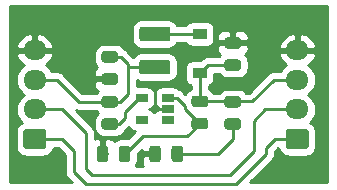
<source format=gbr>
%TF.GenerationSoftware,KiCad,Pcbnew,(5.1.6)-1*%
%TF.CreationDate,2020-07-04T13:17:01+02:00*%
%TF.ProjectId,Grove_step_up,47726f76-655f-4737-9465-705f75702e6b,rev?*%
%TF.SameCoordinates,Original*%
%TF.FileFunction,Copper,L1,Top*%
%TF.FilePolarity,Positive*%
%FSLAX46Y46*%
G04 Gerber Fmt 4.6, Leading zero omitted, Abs format (unit mm)*
G04 Created by KiCad (PCBNEW (5.1.6)-1) date 2020-07-04 13:17:01*
%MOMM*%
%LPD*%
G01*
G04 APERTURE LIST*
%TA.AperFunction,SMDPad,CuDef*%
%ADD10R,1.060000X0.650000*%
%TD*%
%TA.AperFunction,ComponentPad*%
%ADD11O,1.950000X1.700000*%
%TD*%
%TA.AperFunction,SMDPad,CuDef*%
%ADD12R,1.200000X0.900000*%
%TD*%
%TA.AperFunction,ViaPad*%
%ADD13C,0.800000*%
%TD*%
%TA.AperFunction,Conductor*%
%ADD14C,0.250000*%
%TD*%
%TA.AperFunction,Conductor*%
%ADD15C,0.254000*%
%TD*%
G04 APERTURE END LIST*
D10*
%TO.P,U1,5*%
%TO.N,N/C*%
X118280000Y-79690000D03*
%TO.P,U1,4*%
%TO.N,Net-(R1-Pad1)*%
X118280000Y-77790000D03*
%TO.P,U1,3*%
%TO.N,Net-(R2-Pad1)*%
X120480000Y-77790000D03*
%TO.P,U1,2*%
%TO.N,GND*%
X120480000Y-78740000D03*
%TO.P,U1,1*%
%TO.N,N/C*%
X120480000Y-79690000D03*
%TD*%
%TO.P,R4,2*%
%TO.N,Net-(D2-Pad2)*%
%TA.AperFunction,SMDPad,CuDef*%
G36*
G01*
X125527750Y-79522500D02*
X126440250Y-79522500D01*
G75*
G02*
X126684000Y-79766250I0J-243750D01*
G01*
X126684000Y-80253750D01*
G75*
G02*
X126440250Y-80497500I-243750J0D01*
G01*
X125527750Y-80497500D01*
G75*
G02*
X125284000Y-80253750I0J243750D01*
G01*
X125284000Y-79766250D01*
G75*
G02*
X125527750Y-79522500I243750J0D01*
G01*
G37*
%TD.AperFunction*%
%TO.P,R4,1*%
%TO.N,+5V*%
%TA.AperFunction,SMDPad,CuDef*%
G36*
G01*
X125527750Y-77647500D02*
X126440250Y-77647500D01*
G75*
G02*
X126684000Y-77891250I0J-243750D01*
G01*
X126684000Y-78378750D01*
G75*
G02*
X126440250Y-78622500I-243750J0D01*
G01*
X125527750Y-78622500D01*
G75*
G02*
X125284000Y-78378750I0J243750D01*
G01*
X125284000Y-77891250D01*
G75*
G02*
X125527750Y-77647500I243750J0D01*
G01*
G37*
%TD.AperFunction*%
%TD*%
%TO.P,R3,2*%
%TO.N,GND*%
%TA.AperFunction,SMDPad,CuDef*%
G36*
G01*
X115452500Y-82093750D02*
X115452500Y-83006250D01*
G75*
G02*
X115208750Y-83250000I-243750J0D01*
G01*
X114721250Y-83250000D01*
G75*
G02*
X114477500Y-83006250I0J243750D01*
G01*
X114477500Y-82093750D01*
G75*
G02*
X114721250Y-81850000I243750J0D01*
G01*
X115208750Y-81850000D01*
G75*
G02*
X115452500Y-82093750I0J-243750D01*
G01*
G37*
%TD.AperFunction*%
%TO.P,R3,1*%
%TO.N,Net-(R2-Pad1)*%
%TA.AperFunction,SMDPad,CuDef*%
G36*
G01*
X117327500Y-82093750D02*
X117327500Y-83006250D01*
G75*
G02*
X117083750Y-83250000I-243750J0D01*
G01*
X116596250Y-83250000D01*
G75*
G02*
X116352500Y-83006250I0J243750D01*
G01*
X116352500Y-82093750D01*
G75*
G02*
X116596250Y-81850000I243750J0D01*
G01*
X117083750Y-81850000D01*
G75*
G02*
X117327500Y-82093750I0J-243750D01*
G01*
G37*
%TD.AperFunction*%
%TD*%
%TO.P,R2,2*%
%TO.N,+5V*%
%TA.AperFunction,SMDPad,CuDef*%
G36*
G01*
X123646250Y-78592500D02*
X122733750Y-78592500D01*
G75*
G02*
X122490000Y-78348750I0J243750D01*
G01*
X122490000Y-77861250D01*
G75*
G02*
X122733750Y-77617500I243750J0D01*
G01*
X123646250Y-77617500D01*
G75*
G02*
X123890000Y-77861250I0J-243750D01*
G01*
X123890000Y-78348750D01*
G75*
G02*
X123646250Y-78592500I-243750J0D01*
G01*
G37*
%TD.AperFunction*%
%TO.P,R2,1*%
%TO.N,Net-(R2-Pad1)*%
%TA.AperFunction,SMDPad,CuDef*%
G36*
G01*
X123646250Y-80467500D02*
X122733750Y-80467500D01*
G75*
G02*
X122490000Y-80223750I0J243750D01*
G01*
X122490000Y-79736250D01*
G75*
G02*
X122733750Y-79492500I243750J0D01*
G01*
X123646250Y-79492500D01*
G75*
G02*
X123890000Y-79736250I0J-243750D01*
G01*
X123890000Y-80223750D01*
G75*
G02*
X123646250Y-80467500I-243750J0D01*
G01*
G37*
%TD.AperFunction*%
%TD*%
%TO.P,R1,2*%
%TO.N,+3V3*%
%TA.AperFunction,SMDPad,CuDef*%
G36*
G01*
X116026250Y-78622500D02*
X115113750Y-78622500D01*
G75*
G02*
X114870000Y-78378750I0J243750D01*
G01*
X114870000Y-77891250D01*
G75*
G02*
X115113750Y-77647500I243750J0D01*
G01*
X116026250Y-77647500D01*
G75*
G02*
X116270000Y-77891250I0J-243750D01*
G01*
X116270000Y-78378750D01*
G75*
G02*
X116026250Y-78622500I-243750J0D01*
G01*
G37*
%TD.AperFunction*%
%TO.P,R1,1*%
%TO.N,Net-(R1-Pad1)*%
%TA.AperFunction,SMDPad,CuDef*%
G36*
G01*
X116026250Y-80497500D02*
X115113750Y-80497500D01*
G75*
G02*
X114870000Y-80253750I0J243750D01*
G01*
X114870000Y-79766250D01*
G75*
G02*
X115113750Y-79522500I243750J0D01*
G01*
X116026250Y-79522500D01*
G75*
G02*
X116270000Y-79766250I0J-243750D01*
G01*
X116270000Y-80253750D01*
G75*
G02*
X116026250Y-80497500I-243750J0D01*
G01*
G37*
%TD.AperFunction*%
%TD*%
%TO.P,L1,2*%
%TO.N,Net-(D1-Pad2)*%
%TA.AperFunction,SMDPad,CuDef*%
G36*
G01*
X120455000Y-73015000D02*
X118305000Y-73015000D01*
G75*
G02*
X118055000Y-72765000I0J250000D01*
G01*
X118055000Y-72015000D01*
G75*
G02*
X118305000Y-71765000I250000J0D01*
G01*
X120455000Y-71765000D01*
G75*
G02*
X120705000Y-72015000I0J-250000D01*
G01*
X120705000Y-72765000D01*
G75*
G02*
X120455000Y-73015000I-250000J0D01*
G01*
G37*
%TD.AperFunction*%
%TO.P,L1,1*%
%TO.N,+3V3*%
%TA.AperFunction,SMDPad,CuDef*%
G36*
G01*
X120455000Y-75815000D02*
X118305000Y-75815000D01*
G75*
G02*
X118055000Y-75565000I0J250000D01*
G01*
X118055000Y-74815000D01*
G75*
G02*
X118305000Y-74565000I250000J0D01*
G01*
X120455000Y-74565000D01*
G75*
G02*
X120705000Y-74815000I0J-250000D01*
G01*
X120705000Y-75565000D01*
G75*
G02*
X120455000Y-75815000I-250000J0D01*
G01*
G37*
%TD.AperFunction*%
%TD*%
D11*
%TO.P,J2,4*%
%TO.N,GND*%
X131445000Y-73780000D03*
%TO.P,J2,3*%
%TO.N,+5V*%
X131445000Y-76280000D03*
%TO.P,J2,2*%
%TO.N,Net-(J1-Pad2)*%
X131445000Y-78780000D03*
%TO.P,J2,1*%
%TO.N,Net-(J1-Pad1)*%
%TA.AperFunction,ComponentPad*%
G36*
G01*
X132170000Y-82130000D02*
X130720000Y-82130000D01*
G75*
G02*
X130470000Y-81880000I0J250000D01*
G01*
X130470000Y-80680000D01*
G75*
G02*
X130720000Y-80430000I250000J0D01*
G01*
X132170000Y-80430000D01*
G75*
G02*
X132420000Y-80680000I0J-250000D01*
G01*
X132420000Y-81880000D01*
G75*
G02*
X132170000Y-82130000I-250000J0D01*
G01*
G37*
%TD.AperFunction*%
%TD*%
%TO.P,J1,4*%
%TO.N,GND*%
X109220000Y-73780000D03*
%TO.P,J1,3*%
%TO.N,+3V3*%
X109220000Y-76280000D03*
%TO.P,J1,2*%
%TO.N,Net-(J1-Pad2)*%
X109220000Y-78780000D03*
%TO.P,J1,1*%
%TO.N,Net-(J1-Pad1)*%
%TA.AperFunction,ComponentPad*%
G36*
G01*
X109945000Y-82130000D02*
X108495000Y-82130000D01*
G75*
G02*
X108245000Y-81880000I0J250000D01*
G01*
X108245000Y-80680000D01*
G75*
G02*
X108495000Y-80430000I250000J0D01*
G01*
X109945000Y-80430000D01*
G75*
G02*
X110195000Y-80680000I0J-250000D01*
G01*
X110195000Y-81880000D01*
G75*
G02*
X109945000Y-82130000I-250000J0D01*
G01*
G37*
%TD.AperFunction*%
%TD*%
%TO.P,D2,2*%
%TO.N,Net-(D2-Pad2)*%
%TA.AperFunction,SMDPad,CuDef*%
G36*
G01*
X120797500Y-83006250D02*
X120797500Y-82093750D01*
G75*
G02*
X121041250Y-81850000I243750J0D01*
G01*
X121528750Y-81850000D01*
G75*
G02*
X121772500Y-82093750I0J-243750D01*
G01*
X121772500Y-83006250D01*
G75*
G02*
X121528750Y-83250000I-243750J0D01*
G01*
X121041250Y-83250000D01*
G75*
G02*
X120797500Y-83006250I0J243750D01*
G01*
G37*
%TD.AperFunction*%
%TO.P,D2,1*%
%TO.N,GND*%
%TA.AperFunction,SMDPad,CuDef*%
G36*
G01*
X118922500Y-83006250D02*
X118922500Y-82093750D01*
G75*
G02*
X119166250Y-81850000I243750J0D01*
G01*
X119653750Y-81850000D01*
G75*
G02*
X119897500Y-82093750I0J-243750D01*
G01*
X119897500Y-83006250D01*
G75*
G02*
X119653750Y-83250000I-243750J0D01*
G01*
X119166250Y-83250000D01*
G75*
G02*
X118922500Y-83006250I0J243750D01*
G01*
G37*
%TD.AperFunction*%
%TD*%
D12*
%TO.P,D1,2*%
%TO.N,Net-(D1-Pad2)*%
X123190000Y-72390000D03*
%TO.P,D1,1*%
%TO.N,+5V*%
X123190000Y-75690000D03*
%TD*%
%TO.P,C2,2*%
%TO.N,GND*%
%TA.AperFunction,SMDPad,CuDef*%
G36*
G01*
X126440250Y-73639500D02*
X125527750Y-73639500D01*
G75*
G02*
X125284000Y-73395750I0J243750D01*
G01*
X125284000Y-72908250D01*
G75*
G02*
X125527750Y-72664500I243750J0D01*
G01*
X126440250Y-72664500D01*
G75*
G02*
X126684000Y-72908250I0J-243750D01*
G01*
X126684000Y-73395750D01*
G75*
G02*
X126440250Y-73639500I-243750J0D01*
G01*
G37*
%TD.AperFunction*%
%TO.P,C2,1*%
%TO.N,+5V*%
%TA.AperFunction,SMDPad,CuDef*%
G36*
G01*
X126440250Y-75514500D02*
X125527750Y-75514500D01*
G75*
G02*
X125284000Y-75270750I0J243750D01*
G01*
X125284000Y-74783250D01*
G75*
G02*
X125527750Y-74539500I243750J0D01*
G01*
X126440250Y-74539500D01*
G75*
G02*
X126684000Y-74783250I0J-243750D01*
G01*
X126684000Y-75270750D01*
G75*
G02*
X126440250Y-75514500I-243750J0D01*
G01*
G37*
%TD.AperFunction*%
%TD*%
%TO.P,C1,2*%
%TO.N,GND*%
%TA.AperFunction,SMDPad,CuDef*%
G36*
G01*
X115113750Y-75712500D02*
X116026250Y-75712500D01*
G75*
G02*
X116270000Y-75956250I0J-243750D01*
G01*
X116270000Y-76443750D01*
G75*
G02*
X116026250Y-76687500I-243750J0D01*
G01*
X115113750Y-76687500D01*
G75*
G02*
X114870000Y-76443750I0J243750D01*
G01*
X114870000Y-75956250D01*
G75*
G02*
X115113750Y-75712500I243750J0D01*
G01*
G37*
%TD.AperFunction*%
%TO.P,C1,1*%
%TO.N,+3V3*%
%TA.AperFunction,SMDPad,CuDef*%
G36*
G01*
X115113750Y-73837500D02*
X116026250Y-73837500D01*
G75*
G02*
X116270000Y-74081250I0J-243750D01*
G01*
X116270000Y-74568750D01*
G75*
G02*
X116026250Y-74812500I-243750J0D01*
G01*
X115113750Y-74812500D01*
G75*
G02*
X114870000Y-74568750I0J243750D01*
G01*
X114870000Y-74081250D01*
G75*
G02*
X115113750Y-73837500I243750J0D01*
G01*
G37*
%TD.AperFunction*%
%TD*%
D13*
%TO.N,GND*%
X119380000Y-82550000D03*
X115062000Y-82550000D03*
X115570000Y-76200000D03*
%TD*%
D14*
%TO.N,GND*%
X119700000Y-78740000D02*
X119380000Y-78420000D01*
X120480000Y-78740000D02*
X119700000Y-78740000D01*
X119380000Y-78420000D02*
X119380000Y-76962000D01*
%TO.N,+3V3*%
X115570000Y-78135000D02*
X116429000Y-78135000D01*
X116429000Y-78135000D02*
X117094000Y-77470000D01*
X116489000Y-74325000D02*
X115570000Y-74325000D01*
X117094000Y-74930000D02*
X116489000Y-74325000D01*
X119374000Y-75184000D02*
X119380000Y-75190000D01*
X117094000Y-75184000D02*
X117094000Y-74930000D01*
X117094000Y-75184000D02*
X119374000Y-75184000D01*
X117094000Y-77470000D02*
X117094000Y-75184000D01*
X109220000Y-76280000D02*
X111078000Y-76280000D01*
X112933000Y-78135000D02*
X115570000Y-78135000D01*
X111078000Y-76280000D02*
X112933000Y-78135000D01*
%TO.N,+5V*%
X123190000Y-75690000D02*
X123190000Y-78105000D01*
X123190000Y-78105000D02*
X126365000Y-78105000D01*
X126365000Y-78105000D02*
X127635000Y-78105000D01*
X129460000Y-76280000D02*
X131445000Y-76280000D01*
X127635000Y-78105000D02*
X129460000Y-76280000D01*
X123853000Y-75027000D02*
X123190000Y-75690000D01*
X125984000Y-75027000D02*
X123853000Y-75027000D01*
%TO.N,Net-(D1-Pad2)*%
X119380000Y-72390000D02*
X123190000Y-72390000D01*
%TO.N,Net-(D2-Pad2)*%
X121285000Y-82550000D02*
X124714000Y-82550000D01*
X125984000Y-81280000D02*
X125984000Y-80010000D01*
X124714000Y-82550000D02*
X125984000Y-81280000D01*
%TO.N,Net-(J1-Pad2)*%
X109220000Y-78780000D02*
X111546000Y-78780000D01*
X111546000Y-78780000D02*
X113538000Y-80772000D01*
X113538000Y-80772000D02*
X113538000Y-83820000D01*
X113538000Y-83820000D02*
X114046000Y-84328000D01*
X114046000Y-84328000D02*
X125730000Y-84328000D01*
X125730000Y-84328000D02*
X127762000Y-82296000D01*
X127762000Y-82296000D02*
X127762000Y-79756000D01*
X128738000Y-78780000D02*
X131445000Y-78780000D01*
X127762000Y-79756000D02*
X128738000Y-78780000D01*
%TO.N,Net-(J1-Pad1)*%
X109220000Y-81280000D02*
X111506000Y-81280000D01*
X111506000Y-81280000D02*
X112522000Y-82296000D01*
X112522000Y-82296000D02*
X112522000Y-84074000D01*
X112522000Y-84074000D02*
X113538000Y-85090000D01*
X113538000Y-85090000D02*
X126238000Y-85090000D01*
X126238000Y-85090000D02*
X128778000Y-82550000D01*
X128778000Y-82550000D02*
X128778000Y-82042000D01*
X129540000Y-81280000D02*
X131445000Y-81280000D01*
X128778000Y-82042000D02*
X129540000Y-81280000D01*
%TO.N,Net-(R1-Pad1)*%
X118280000Y-77790000D02*
X118044000Y-77790000D01*
X118044000Y-77790000D02*
X116840000Y-78994000D01*
X116840000Y-78994000D02*
X116840000Y-79502000D01*
X116332000Y-80010000D02*
X115570000Y-80010000D01*
X116840000Y-79502000D02*
X116332000Y-80010000D01*
%TO.N,Net-(R2-Pad1)*%
X120480000Y-77790000D02*
X121224000Y-77790000D01*
X121224000Y-77790000D02*
X121920000Y-78486000D01*
X121920000Y-78710000D02*
X123190000Y-79980000D01*
X121920000Y-78486000D02*
X121920000Y-78710000D01*
X116840000Y-82550000D02*
X118364000Y-81026000D01*
X122144000Y-81026000D02*
X123190000Y-79980000D01*
X118364000Y-81026000D02*
X122144000Y-81026000D01*
%TD*%
D15*
%TO.N,GND*%
G36*
X133985000Y-84963000D02*
G01*
X127439802Y-84963000D01*
X129289009Y-83113794D01*
X129318001Y-83090001D01*
X129341795Y-83061008D01*
X129341799Y-83061004D01*
X129412973Y-82974277D01*
X129412974Y-82974276D01*
X129483546Y-82842247D01*
X129527003Y-82698986D01*
X129538000Y-82587333D01*
X129538000Y-82587324D01*
X129541676Y-82550001D01*
X129538000Y-82512678D01*
X129538000Y-82356801D01*
X129848325Y-82046477D01*
X129848992Y-82053254D01*
X129899528Y-82219850D01*
X129981595Y-82373386D01*
X130092038Y-82507962D01*
X130226614Y-82618405D01*
X130380150Y-82700472D01*
X130546746Y-82751008D01*
X130720000Y-82768072D01*
X132170000Y-82768072D01*
X132343254Y-82751008D01*
X132509850Y-82700472D01*
X132663386Y-82618405D01*
X132797962Y-82507962D01*
X132908405Y-82373386D01*
X132990472Y-82219850D01*
X133041008Y-82053254D01*
X133058072Y-81880000D01*
X133058072Y-80680000D01*
X133041008Y-80506746D01*
X132990472Y-80340150D01*
X132908405Y-80186614D01*
X132797962Y-80052038D01*
X132663386Y-79941595D01*
X132561663Y-79887223D01*
X132625134Y-79835134D01*
X132810706Y-79609014D01*
X132948599Y-79351034D01*
X133033513Y-79071111D01*
X133062185Y-78780000D01*
X133033513Y-78488889D01*
X132948599Y-78208966D01*
X132810706Y-77950986D01*
X132625134Y-77724866D01*
X132399014Y-77539294D01*
X132381626Y-77530000D01*
X132399014Y-77520706D01*
X132625134Y-77335134D01*
X132810706Y-77109014D01*
X132948599Y-76851034D01*
X133033513Y-76571111D01*
X133062185Y-76280000D01*
X133033513Y-75988889D01*
X132948599Y-75708966D01*
X132810706Y-75450986D01*
X132625134Y-75224866D01*
X132399014Y-75039294D01*
X132373278Y-75025538D01*
X132579429Y-74869049D01*
X132772496Y-74651193D01*
X132919352Y-74399858D01*
X133011476Y-74136890D01*
X132890155Y-73907000D01*
X131572000Y-73907000D01*
X131572000Y-73927000D01*
X131318000Y-73927000D01*
X131318000Y-73907000D01*
X129999845Y-73907000D01*
X129878524Y-74136890D01*
X129970648Y-74399858D01*
X130117504Y-74651193D01*
X130310571Y-74869049D01*
X130516722Y-75025538D01*
X130490986Y-75039294D01*
X130264866Y-75224866D01*
X130079294Y-75450986D01*
X130042405Y-75520000D01*
X129497325Y-75520000D01*
X129460000Y-75516324D01*
X129422675Y-75520000D01*
X129422667Y-75520000D01*
X129311014Y-75530997D01*
X129167753Y-75574454D01*
X129035724Y-75645026D01*
X128919999Y-75739999D01*
X128896201Y-75768997D01*
X127320199Y-77345000D01*
X127127224Y-77345000D01*
X127063792Y-77267708D01*
X126930164Y-77158042D01*
X126777709Y-77076553D01*
X126612285Y-77026372D01*
X126440250Y-77009428D01*
X125527750Y-77009428D01*
X125355715Y-77026372D01*
X125190291Y-77076553D01*
X125037836Y-77158042D01*
X124904208Y-77267708D01*
X124840776Y-77345000D01*
X124357845Y-77345000D01*
X124269792Y-77237708D01*
X124136164Y-77128042D01*
X123983709Y-77046553D01*
X123950000Y-77036327D01*
X123950000Y-76755038D01*
X124034180Y-76729502D01*
X124144494Y-76670537D01*
X124241185Y-76591185D01*
X124320537Y-76494494D01*
X124379502Y-76384180D01*
X124415812Y-76264482D01*
X124428072Y-76140000D01*
X124428072Y-75787000D01*
X124816155Y-75787000D01*
X124904208Y-75894292D01*
X125037836Y-76003958D01*
X125190291Y-76085447D01*
X125355715Y-76135628D01*
X125527750Y-76152572D01*
X126440250Y-76152572D01*
X126612285Y-76135628D01*
X126777709Y-76085447D01*
X126930164Y-76003958D01*
X127063792Y-75894292D01*
X127173458Y-75760664D01*
X127254947Y-75608209D01*
X127305128Y-75442785D01*
X127322072Y-75270750D01*
X127322072Y-74783250D01*
X127305128Y-74611215D01*
X127254947Y-74445791D01*
X127173458Y-74293336D01*
X127063792Y-74159708D01*
X127057436Y-74154492D01*
X127135185Y-74090685D01*
X127214537Y-73993994D01*
X127273502Y-73883680D01*
X127309812Y-73763982D01*
X127322072Y-73639500D01*
X127319000Y-73437750D01*
X127304360Y-73423110D01*
X129878524Y-73423110D01*
X129999845Y-73653000D01*
X131318000Y-73653000D01*
X131318000Y-72453835D01*
X131572000Y-72453835D01*
X131572000Y-73653000D01*
X132890155Y-73653000D01*
X133011476Y-73423110D01*
X132919352Y-73160142D01*
X132772496Y-72908807D01*
X132579429Y-72690951D01*
X132347570Y-72514947D01*
X132085830Y-72387558D01*
X131804267Y-72313680D01*
X131572000Y-72453835D01*
X131318000Y-72453835D01*
X131085733Y-72313680D01*
X130804170Y-72387558D01*
X130542430Y-72514947D01*
X130310571Y-72690951D01*
X130117504Y-72908807D01*
X129970648Y-73160142D01*
X129878524Y-73423110D01*
X127304360Y-73423110D01*
X127160250Y-73279000D01*
X126111000Y-73279000D01*
X126111000Y-73299000D01*
X125857000Y-73299000D01*
X125857000Y-73279000D01*
X124807750Y-73279000D01*
X124649000Y-73437750D01*
X124645928Y-73639500D01*
X124658188Y-73763982D01*
X124694498Y-73883680D01*
X124753463Y-73993994D01*
X124832815Y-74090685D01*
X124910564Y-74154492D01*
X124904208Y-74159708D01*
X124816155Y-74267000D01*
X123890333Y-74267000D01*
X123853000Y-74263323D01*
X123815667Y-74267000D01*
X123704014Y-74277997D01*
X123560753Y-74321454D01*
X123428724Y-74392026D01*
X123312999Y-74486999D01*
X123289200Y-74515998D01*
X123203270Y-74601928D01*
X122590000Y-74601928D01*
X122465518Y-74614188D01*
X122345820Y-74650498D01*
X122235506Y-74709463D01*
X122138815Y-74788815D01*
X122059463Y-74885506D01*
X122000498Y-74995820D01*
X121964188Y-75115518D01*
X121951928Y-75240000D01*
X121951928Y-76140000D01*
X121964188Y-76264482D01*
X122000498Y-76384180D01*
X122059463Y-76494494D01*
X122138815Y-76591185D01*
X122235506Y-76670537D01*
X122345820Y-76729502D01*
X122430000Y-76755038D01*
X122430001Y-77036327D01*
X122396291Y-77046553D01*
X122243836Y-77128042D01*
X122110208Y-77237708D01*
X122000542Y-77371336D01*
X121958602Y-77449800D01*
X121787803Y-77279002D01*
X121764001Y-77249999D01*
X121648276Y-77155026D01*
X121521431Y-77087225D01*
X121461185Y-77013815D01*
X121364494Y-76934463D01*
X121254180Y-76875498D01*
X121134482Y-76839188D01*
X121010000Y-76826928D01*
X119950000Y-76826928D01*
X119825518Y-76839188D01*
X119705820Y-76875498D01*
X119595506Y-76934463D01*
X119498815Y-77013815D01*
X119419463Y-77110506D01*
X119380000Y-77184335D01*
X119340537Y-77110506D01*
X119261185Y-77013815D01*
X119164494Y-76934463D01*
X119054180Y-76875498D01*
X118934482Y-76839188D01*
X118810000Y-76826928D01*
X117854000Y-76826928D01*
X117854000Y-76326061D01*
X117965150Y-76385472D01*
X118131746Y-76436008D01*
X118305000Y-76453072D01*
X120455000Y-76453072D01*
X120628254Y-76436008D01*
X120794850Y-76385472D01*
X120948386Y-76303405D01*
X121082962Y-76192962D01*
X121193405Y-76058386D01*
X121275472Y-75904850D01*
X121326008Y-75738254D01*
X121343072Y-75565000D01*
X121343072Y-74815000D01*
X121326008Y-74641746D01*
X121275472Y-74475150D01*
X121193405Y-74321614D01*
X121082962Y-74187038D01*
X120948386Y-74076595D01*
X120794850Y-73994528D01*
X120628254Y-73943992D01*
X120455000Y-73926928D01*
X118305000Y-73926928D01*
X118131746Y-73943992D01*
X117965150Y-73994528D01*
X117811614Y-74076595D01*
X117677038Y-74187038D01*
X117566595Y-74321614D01*
X117564443Y-74325641D01*
X117052803Y-73814002D01*
X117029001Y-73784999D01*
X116913276Y-73690026D01*
X116781247Y-73619454D01*
X116773179Y-73617007D01*
X116759458Y-73591336D01*
X116649792Y-73457708D01*
X116516164Y-73348042D01*
X116363709Y-73266553D01*
X116198285Y-73216372D01*
X116026250Y-73199428D01*
X115113750Y-73199428D01*
X114941715Y-73216372D01*
X114776291Y-73266553D01*
X114623836Y-73348042D01*
X114490208Y-73457708D01*
X114380542Y-73591336D01*
X114299053Y-73743791D01*
X114248872Y-73909215D01*
X114231928Y-74081250D01*
X114231928Y-74568750D01*
X114248872Y-74740785D01*
X114299053Y-74906209D01*
X114380542Y-75058664D01*
X114490208Y-75192292D01*
X114496564Y-75197508D01*
X114418815Y-75261315D01*
X114339463Y-75358006D01*
X114280498Y-75468320D01*
X114244188Y-75588018D01*
X114231928Y-75712500D01*
X114235000Y-75914250D01*
X114393750Y-76073000D01*
X115443000Y-76073000D01*
X115443000Y-76053000D01*
X115697000Y-76053000D01*
X115697000Y-76073000D01*
X115717000Y-76073000D01*
X115717000Y-76327000D01*
X115697000Y-76327000D01*
X115697000Y-76347000D01*
X115443000Y-76347000D01*
X115443000Y-76327000D01*
X114393750Y-76327000D01*
X114235000Y-76485750D01*
X114231928Y-76687500D01*
X114244188Y-76811982D01*
X114280498Y-76931680D01*
X114339463Y-77041994D01*
X114418815Y-77138685D01*
X114515506Y-77218037D01*
X114536838Y-77229439D01*
X114490208Y-77267708D01*
X114402155Y-77375000D01*
X113247802Y-77375000D01*
X111641804Y-75769003D01*
X111618001Y-75739999D01*
X111502276Y-75645026D01*
X111370247Y-75574454D01*
X111226986Y-75530997D01*
X111115333Y-75520000D01*
X111115322Y-75520000D01*
X111078000Y-75516324D01*
X111040678Y-75520000D01*
X110622595Y-75520000D01*
X110585706Y-75450986D01*
X110400134Y-75224866D01*
X110174014Y-75039294D01*
X110148278Y-75025538D01*
X110354429Y-74869049D01*
X110547496Y-74651193D01*
X110694352Y-74399858D01*
X110786476Y-74136890D01*
X110665155Y-73907000D01*
X109347000Y-73907000D01*
X109347000Y-73927000D01*
X109093000Y-73927000D01*
X109093000Y-73907000D01*
X107774845Y-73907000D01*
X107653524Y-74136890D01*
X107745648Y-74399858D01*
X107892504Y-74651193D01*
X108085571Y-74869049D01*
X108291722Y-75025538D01*
X108265986Y-75039294D01*
X108039866Y-75224866D01*
X107854294Y-75450986D01*
X107716401Y-75708966D01*
X107631487Y-75988889D01*
X107602815Y-76280000D01*
X107631487Y-76571111D01*
X107716401Y-76851034D01*
X107854294Y-77109014D01*
X108039866Y-77335134D01*
X108265986Y-77520706D01*
X108283374Y-77530000D01*
X108265986Y-77539294D01*
X108039866Y-77724866D01*
X107854294Y-77950986D01*
X107716401Y-78208966D01*
X107631487Y-78488889D01*
X107602815Y-78780000D01*
X107631487Y-79071111D01*
X107716401Y-79351034D01*
X107854294Y-79609014D01*
X108039866Y-79835134D01*
X108103337Y-79887223D01*
X108001614Y-79941595D01*
X107867038Y-80052038D01*
X107756595Y-80186614D01*
X107674528Y-80340150D01*
X107623992Y-80506746D01*
X107606928Y-80680000D01*
X107606928Y-81880000D01*
X107623992Y-82053254D01*
X107674528Y-82219850D01*
X107756595Y-82373386D01*
X107867038Y-82507962D01*
X108001614Y-82618405D01*
X108155150Y-82700472D01*
X108321746Y-82751008D01*
X108495000Y-82768072D01*
X109945000Y-82768072D01*
X110118254Y-82751008D01*
X110284850Y-82700472D01*
X110438386Y-82618405D01*
X110572962Y-82507962D01*
X110683405Y-82373386D01*
X110765472Y-82219850D01*
X110816008Y-82053254D01*
X110817313Y-82040000D01*
X111191199Y-82040000D01*
X111762000Y-82610802D01*
X111762001Y-84036668D01*
X111758324Y-84074000D01*
X111772998Y-84222985D01*
X111816454Y-84366246D01*
X111887026Y-84498276D01*
X111945071Y-84569003D01*
X111982000Y-84614001D01*
X112010998Y-84637799D01*
X112336199Y-84963000D01*
X107086000Y-84963000D01*
X107086000Y-73423110D01*
X107653524Y-73423110D01*
X107774845Y-73653000D01*
X109093000Y-73653000D01*
X109093000Y-72453835D01*
X109347000Y-72453835D01*
X109347000Y-73653000D01*
X110665155Y-73653000D01*
X110786476Y-73423110D01*
X110694352Y-73160142D01*
X110547496Y-72908807D01*
X110354429Y-72690951D01*
X110122570Y-72514947D01*
X109860830Y-72387558D01*
X109579267Y-72313680D01*
X109347000Y-72453835D01*
X109093000Y-72453835D01*
X108860733Y-72313680D01*
X108579170Y-72387558D01*
X108317430Y-72514947D01*
X108085571Y-72690951D01*
X107892504Y-72908807D01*
X107745648Y-73160142D01*
X107653524Y-73423110D01*
X107086000Y-73423110D01*
X107086000Y-72015000D01*
X117416928Y-72015000D01*
X117416928Y-72765000D01*
X117433992Y-72938254D01*
X117484528Y-73104850D01*
X117566595Y-73258386D01*
X117677038Y-73392962D01*
X117811614Y-73503405D01*
X117965150Y-73585472D01*
X118131746Y-73636008D01*
X118305000Y-73653072D01*
X120455000Y-73653072D01*
X120628254Y-73636008D01*
X120794850Y-73585472D01*
X120948386Y-73503405D01*
X121082962Y-73392962D01*
X121193405Y-73258386D01*
X121251339Y-73150000D01*
X122035680Y-73150000D01*
X122059463Y-73194494D01*
X122138815Y-73291185D01*
X122235506Y-73370537D01*
X122345820Y-73429502D01*
X122465518Y-73465812D01*
X122590000Y-73478072D01*
X123790000Y-73478072D01*
X123914482Y-73465812D01*
X124034180Y-73429502D01*
X124144494Y-73370537D01*
X124241185Y-73291185D01*
X124320537Y-73194494D01*
X124379502Y-73084180D01*
X124415812Y-72964482D01*
X124428072Y-72840000D01*
X124428072Y-72664500D01*
X124645928Y-72664500D01*
X124649000Y-72866250D01*
X124807750Y-73025000D01*
X125857000Y-73025000D01*
X125857000Y-72188250D01*
X126111000Y-72188250D01*
X126111000Y-73025000D01*
X127160250Y-73025000D01*
X127319000Y-72866250D01*
X127322072Y-72664500D01*
X127309812Y-72540018D01*
X127273502Y-72420320D01*
X127214537Y-72310006D01*
X127135185Y-72213315D01*
X127038494Y-72133963D01*
X126928180Y-72074998D01*
X126808482Y-72038688D01*
X126684000Y-72026428D01*
X126269750Y-72029500D01*
X126111000Y-72188250D01*
X125857000Y-72188250D01*
X125698250Y-72029500D01*
X125284000Y-72026428D01*
X125159518Y-72038688D01*
X125039820Y-72074998D01*
X124929506Y-72133963D01*
X124832815Y-72213315D01*
X124753463Y-72310006D01*
X124694498Y-72420320D01*
X124658188Y-72540018D01*
X124645928Y-72664500D01*
X124428072Y-72664500D01*
X124428072Y-71940000D01*
X124415812Y-71815518D01*
X124379502Y-71695820D01*
X124320537Y-71585506D01*
X124241185Y-71488815D01*
X124144494Y-71409463D01*
X124034180Y-71350498D01*
X123914482Y-71314188D01*
X123790000Y-71301928D01*
X122590000Y-71301928D01*
X122465518Y-71314188D01*
X122345820Y-71350498D01*
X122235506Y-71409463D01*
X122138815Y-71488815D01*
X122059463Y-71585506D01*
X122035680Y-71630000D01*
X121251339Y-71630000D01*
X121193405Y-71521614D01*
X121082962Y-71387038D01*
X120948386Y-71276595D01*
X120794850Y-71194528D01*
X120628254Y-71143992D01*
X120455000Y-71126928D01*
X118305000Y-71126928D01*
X118131746Y-71143992D01*
X117965150Y-71194528D01*
X117811614Y-71276595D01*
X117677038Y-71387038D01*
X117566595Y-71521614D01*
X117484528Y-71675150D01*
X117433992Y-71841746D01*
X117416928Y-72015000D01*
X107086000Y-72015000D01*
X107086000Y-70002000D01*
X133985000Y-70002000D01*
X133985000Y-84963000D01*
G37*
X133985000Y-84963000D02*
X127439802Y-84963000D01*
X129289009Y-83113794D01*
X129318001Y-83090001D01*
X129341795Y-83061008D01*
X129341799Y-83061004D01*
X129412973Y-82974277D01*
X129412974Y-82974276D01*
X129483546Y-82842247D01*
X129527003Y-82698986D01*
X129538000Y-82587333D01*
X129538000Y-82587324D01*
X129541676Y-82550001D01*
X129538000Y-82512678D01*
X129538000Y-82356801D01*
X129848325Y-82046477D01*
X129848992Y-82053254D01*
X129899528Y-82219850D01*
X129981595Y-82373386D01*
X130092038Y-82507962D01*
X130226614Y-82618405D01*
X130380150Y-82700472D01*
X130546746Y-82751008D01*
X130720000Y-82768072D01*
X132170000Y-82768072D01*
X132343254Y-82751008D01*
X132509850Y-82700472D01*
X132663386Y-82618405D01*
X132797962Y-82507962D01*
X132908405Y-82373386D01*
X132990472Y-82219850D01*
X133041008Y-82053254D01*
X133058072Y-81880000D01*
X133058072Y-80680000D01*
X133041008Y-80506746D01*
X132990472Y-80340150D01*
X132908405Y-80186614D01*
X132797962Y-80052038D01*
X132663386Y-79941595D01*
X132561663Y-79887223D01*
X132625134Y-79835134D01*
X132810706Y-79609014D01*
X132948599Y-79351034D01*
X133033513Y-79071111D01*
X133062185Y-78780000D01*
X133033513Y-78488889D01*
X132948599Y-78208966D01*
X132810706Y-77950986D01*
X132625134Y-77724866D01*
X132399014Y-77539294D01*
X132381626Y-77530000D01*
X132399014Y-77520706D01*
X132625134Y-77335134D01*
X132810706Y-77109014D01*
X132948599Y-76851034D01*
X133033513Y-76571111D01*
X133062185Y-76280000D01*
X133033513Y-75988889D01*
X132948599Y-75708966D01*
X132810706Y-75450986D01*
X132625134Y-75224866D01*
X132399014Y-75039294D01*
X132373278Y-75025538D01*
X132579429Y-74869049D01*
X132772496Y-74651193D01*
X132919352Y-74399858D01*
X133011476Y-74136890D01*
X132890155Y-73907000D01*
X131572000Y-73907000D01*
X131572000Y-73927000D01*
X131318000Y-73927000D01*
X131318000Y-73907000D01*
X129999845Y-73907000D01*
X129878524Y-74136890D01*
X129970648Y-74399858D01*
X130117504Y-74651193D01*
X130310571Y-74869049D01*
X130516722Y-75025538D01*
X130490986Y-75039294D01*
X130264866Y-75224866D01*
X130079294Y-75450986D01*
X130042405Y-75520000D01*
X129497325Y-75520000D01*
X129460000Y-75516324D01*
X129422675Y-75520000D01*
X129422667Y-75520000D01*
X129311014Y-75530997D01*
X129167753Y-75574454D01*
X129035724Y-75645026D01*
X128919999Y-75739999D01*
X128896201Y-75768997D01*
X127320199Y-77345000D01*
X127127224Y-77345000D01*
X127063792Y-77267708D01*
X126930164Y-77158042D01*
X126777709Y-77076553D01*
X126612285Y-77026372D01*
X126440250Y-77009428D01*
X125527750Y-77009428D01*
X125355715Y-77026372D01*
X125190291Y-77076553D01*
X125037836Y-77158042D01*
X124904208Y-77267708D01*
X124840776Y-77345000D01*
X124357845Y-77345000D01*
X124269792Y-77237708D01*
X124136164Y-77128042D01*
X123983709Y-77046553D01*
X123950000Y-77036327D01*
X123950000Y-76755038D01*
X124034180Y-76729502D01*
X124144494Y-76670537D01*
X124241185Y-76591185D01*
X124320537Y-76494494D01*
X124379502Y-76384180D01*
X124415812Y-76264482D01*
X124428072Y-76140000D01*
X124428072Y-75787000D01*
X124816155Y-75787000D01*
X124904208Y-75894292D01*
X125037836Y-76003958D01*
X125190291Y-76085447D01*
X125355715Y-76135628D01*
X125527750Y-76152572D01*
X126440250Y-76152572D01*
X126612285Y-76135628D01*
X126777709Y-76085447D01*
X126930164Y-76003958D01*
X127063792Y-75894292D01*
X127173458Y-75760664D01*
X127254947Y-75608209D01*
X127305128Y-75442785D01*
X127322072Y-75270750D01*
X127322072Y-74783250D01*
X127305128Y-74611215D01*
X127254947Y-74445791D01*
X127173458Y-74293336D01*
X127063792Y-74159708D01*
X127057436Y-74154492D01*
X127135185Y-74090685D01*
X127214537Y-73993994D01*
X127273502Y-73883680D01*
X127309812Y-73763982D01*
X127322072Y-73639500D01*
X127319000Y-73437750D01*
X127304360Y-73423110D01*
X129878524Y-73423110D01*
X129999845Y-73653000D01*
X131318000Y-73653000D01*
X131318000Y-72453835D01*
X131572000Y-72453835D01*
X131572000Y-73653000D01*
X132890155Y-73653000D01*
X133011476Y-73423110D01*
X132919352Y-73160142D01*
X132772496Y-72908807D01*
X132579429Y-72690951D01*
X132347570Y-72514947D01*
X132085830Y-72387558D01*
X131804267Y-72313680D01*
X131572000Y-72453835D01*
X131318000Y-72453835D01*
X131085733Y-72313680D01*
X130804170Y-72387558D01*
X130542430Y-72514947D01*
X130310571Y-72690951D01*
X130117504Y-72908807D01*
X129970648Y-73160142D01*
X129878524Y-73423110D01*
X127304360Y-73423110D01*
X127160250Y-73279000D01*
X126111000Y-73279000D01*
X126111000Y-73299000D01*
X125857000Y-73299000D01*
X125857000Y-73279000D01*
X124807750Y-73279000D01*
X124649000Y-73437750D01*
X124645928Y-73639500D01*
X124658188Y-73763982D01*
X124694498Y-73883680D01*
X124753463Y-73993994D01*
X124832815Y-74090685D01*
X124910564Y-74154492D01*
X124904208Y-74159708D01*
X124816155Y-74267000D01*
X123890333Y-74267000D01*
X123853000Y-74263323D01*
X123815667Y-74267000D01*
X123704014Y-74277997D01*
X123560753Y-74321454D01*
X123428724Y-74392026D01*
X123312999Y-74486999D01*
X123289200Y-74515998D01*
X123203270Y-74601928D01*
X122590000Y-74601928D01*
X122465518Y-74614188D01*
X122345820Y-74650498D01*
X122235506Y-74709463D01*
X122138815Y-74788815D01*
X122059463Y-74885506D01*
X122000498Y-74995820D01*
X121964188Y-75115518D01*
X121951928Y-75240000D01*
X121951928Y-76140000D01*
X121964188Y-76264482D01*
X122000498Y-76384180D01*
X122059463Y-76494494D01*
X122138815Y-76591185D01*
X122235506Y-76670537D01*
X122345820Y-76729502D01*
X122430000Y-76755038D01*
X122430001Y-77036327D01*
X122396291Y-77046553D01*
X122243836Y-77128042D01*
X122110208Y-77237708D01*
X122000542Y-77371336D01*
X121958602Y-77449800D01*
X121787803Y-77279002D01*
X121764001Y-77249999D01*
X121648276Y-77155026D01*
X121521431Y-77087225D01*
X121461185Y-77013815D01*
X121364494Y-76934463D01*
X121254180Y-76875498D01*
X121134482Y-76839188D01*
X121010000Y-76826928D01*
X119950000Y-76826928D01*
X119825518Y-76839188D01*
X119705820Y-76875498D01*
X119595506Y-76934463D01*
X119498815Y-77013815D01*
X119419463Y-77110506D01*
X119380000Y-77184335D01*
X119340537Y-77110506D01*
X119261185Y-77013815D01*
X119164494Y-76934463D01*
X119054180Y-76875498D01*
X118934482Y-76839188D01*
X118810000Y-76826928D01*
X117854000Y-76826928D01*
X117854000Y-76326061D01*
X117965150Y-76385472D01*
X118131746Y-76436008D01*
X118305000Y-76453072D01*
X120455000Y-76453072D01*
X120628254Y-76436008D01*
X120794850Y-76385472D01*
X120948386Y-76303405D01*
X121082962Y-76192962D01*
X121193405Y-76058386D01*
X121275472Y-75904850D01*
X121326008Y-75738254D01*
X121343072Y-75565000D01*
X121343072Y-74815000D01*
X121326008Y-74641746D01*
X121275472Y-74475150D01*
X121193405Y-74321614D01*
X121082962Y-74187038D01*
X120948386Y-74076595D01*
X120794850Y-73994528D01*
X120628254Y-73943992D01*
X120455000Y-73926928D01*
X118305000Y-73926928D01*
X118131746Y-73943992D01*
X117965150Y-73994528D01*
X117811614Y-74076595D01*
X117677038Y-74187038D01*
X117566595Y-74321614D01*
X117564443Y-74325641D01*
X117052803Y-73814002D01*
X117029001Y-73784999D01*
X116913276Y-73690026D01*
X116781247Y-73619454D01*
X116773179Y-73617007D01*
X116759458Y-73591336D01*
X116649792Y-73457708D01*
X116516164Y-73348042D01*
X116363709Y-73266553D01*
X116198285Y-73216372D01*
X116026250Y-73199428D01*
X115113750Y-73199428D01*
X114941715Y-73216372D01*
X114776291Y-73266553D01*
X114623836Y-73348042D01*
X114490208Y-73457708D01*
X114380542Y-73591336D01*
X114299053Y-73743791D01*
X114248872Y-73909215D01*
X114231928Y-74081250D01*
X114231928Y-74568750D01*
X114248872Y-74740785D01*
X114299053Y-74906209D01*
X114380542Y-75058664D01*
X114490208Y-75192292D01*
X114496564Y-75197508D01*
X114418815Y-75261315D01*
X114339463Y-75358006D01*
X114280498Y-75468320D01*
X114244188Y-75588018D01*
X114231928Y-75712500D01*
X114235000Y-75914250D01*
X114393750Y-76073000D01*
X115443000Y-76073000D01*
X115443000Y-76053000D01*
X115697000Y-76053000D01*
X115697000Y-76073000D01*
X115717000Y-76073000D01*
X115717000Y-76327000D01*
X115697000Y-76327000D01*
X115697000Y-76347000D01*
X115443000Y-76347000D01*
X115443000Y-76327000D01*
X114393750Y-76327000D01*
X114235000Y-76485750D01*
X114231928Y-76687500D01*
X114244188Y-76811982D01*
X114280498Y-76931680D01*
X114339463Y-77041994D01*
X114418815Y-77138685D01*
X114515506Y-77218037D01*
X114536838Y-77229439D01*
X114490208Y-77267708D01*
X114402155Y-77375000D01*
X113247802Y-77375000D01*
X111641804Y-75769003D01*
X111618001Y-75739999D01*
X111502276Y-75645026D01*
X111370247Y-75574454D01*
X111226986Y-75530997D01*
X111115333Y-75520000D01*
X111115322Y-75520000D01*
X111078000Y-75516324D01*
X111040678Y-75520000D01*
X110622595Y-75520000D01*
X110585706Y-75450986D01*
X110400134Y-75224866D01*
X110174014Y-75039294D01*
X110148278Y-75025538D01*
X110354429Y-74869049D01*
X110547496Y-74651193D01*
X110694352Y-74399858D01*
X110786476Y-74136890D01*
X110665155Y-73907000D01*
X109347000Y-73907000D01*
X109347000Y-73927000D01*
X109093000Y-73927000D01*
X109093000Y-73907000D01*
X107774845Y-73907000D01*
X107653524Y-74136890D01*
X107745648Y-74399858D01*
X107892504Y-74651193D01*
X108085571Y-74869049D01*
X108291722Y-75025538D01*
X108265986Y-75039294D01*
X108039866Y-75224866D01*
X107854294Y-75450986D01*
X107716401Y-75708966D01*
X107631487Y-75988889D01*
X107602815Y-76280000D01*
X107631487Y-76571111D01*
X107716401Y-76851034D01*
X107854294Y-77109014D01*
X108039866Y-77335134D01*
X108265986Y-77520706D01*
X108283374Y-77530000D01*
X108265986Y-77539294D01*
X108039866Y-77724866D01*
X107854294Y-77950986D01*
X107716401Y-78208966D01*
X107631487Y-78488889D01*
X107602815Y-78780000D01*
X107631487Y-79071111D01*
X107716401Y-79351034D01*
X107854294Y-79609014D01*
X108039866Y-79835134D01*
X108103337Y-79887223D01*
X108001614Y-79941595D01*
X107867038Y-80052038D01*
X107756595Y-80186614D01*
X107674528Y-80340150D01*
X107623992Y-80506746D01*
X107606928Y-80680000D01*
X107606928Y-81880000D01*
X107623992Y-82053254D01*
X107674528Y-82219850D01*
X107756595Y-82373386D01*
X107867038Y-82507962D01*
X108001614Y-82618405D01*
X108155150Y-82700472D01*
X108321746Y-82751008D01*
X108495000Y-82768072D01*
X109945000Y-82768072D01*
X110118254Y-82751008D01*
X110284850Y-82700472D01*
X110438386Y-82618405D01*
X110572962Y-82507962D01*
X110683405Y-82373386D01*
X110765472Y-82219850D01*
X110816008Y-82053254D01*
X110817313Y-82040000D01*
X111191199Y-82040000D01*
X111762000Y-82610802D01*
X111762001Y-84036668D01*
X111758324Y-84074000D01*
X111772998Y-84222985D01*
X111816454Y-84366246D01*
X111887026Y-84498276D01*
X111945071Y-84569003D01*
X111982000Y-84614001D01*
X112010998Y-84637799D01*
X112336199Y-84963000D01*
X107086000Y-84963000D01*
X107086000Y-73423110D01*
X107653524Y-73423110D01*
X107774845Y-73653000D01*
X109093000Y-73653000D01*
X109093000Y-72453835D01*
X109347000Y-72453835D01*
X109347000Y-73653000D01*
X110665155Y-73653000D01*
X110786476Y-73423110D01*
X110694352Y-73160142D01*
X110547496Y-72908807D01*
X110354429Y-72690951D01*
X110122570Y-72514947D01*
X109860830Y-72387558D01*
X109579267Y-72313680D01*
X109347000Y-72453835D01*
X109093000Y-72453835D01*
X108860733Y-72313680D01*
X108579170Y-72387558D01*
X108317430Y-72514947D01*
X108085571Y-72690951D01*
X107892504Y-72908807D01*
X107745648Y-73160142D01*
X107653524Y-73423110D01*
X107086000Y-73423110D01*
X107086000Y-72015000D01*
X117416928Y-72015000D01*
X117416928Y-72765000D01*
X117433992Y-72938254D01*
X117484528Y-73104850D01*
X117566595Y-73258386D01*
X117677038Y-73392962D01*
X117811614Y-73503405D01*
X117965150Y-73585472D01*
X118131746Y-73636008D01*
X118305000Y-73653072D01*
X120455000Y-73653072D01*
X120628254Y-73636008D01*
X120794850Y-73585472D01*
X120948386Y-73503405D01*
X121082962Y-73392962D01*
X121193405Y-73258386D01*
X121251339Y-73150000D01*
X122035680Y-73150000D01*
X122059463Y-73194494D01*
X122138815Y-73291185D01*
X122235506Y-73370537D01*
X122345820Y-73429502D01*
X122465518Y-73465812D01*
X122590000Y-73478072D01*
X123790000Y-73478072D01*
X123914482Y-73465812D01*
X124034180Y-73429502D01*
X124144494Y-73370537D01*
X124241185Y-73291185D01*
X124320537Y-73194494D01*
X124379502Y-73084180D01*
X124415812Y-72964482D01*
X124428072Y-72840000D01*
X124428072Y-72664500D01*
X124645928Y-72664500D01*
X124649000Y-72866250D01*
X124807750Y-73025000D01*
X125857000Y-73025000D01*
X125857000Y-72188250D01*
X126111000Y-72188250D01*
X126111000Y-73025000D01*
X127160250Y-73025000D01*
X127319000Y-72866250D01*
X127322072Y-72664500D01*
X127309812Y-72540018D01*
X127273502Y-72420320D01*
X127214537Y-72310006D01*
X127135185Y-72213315D01*
X127038494Y-72133963D01*
X126928180Y-72074998D01*
X126808482Y-72038688D01*
X126684000Y-72026428D01*
X126269750Y-72029500D01*
X126111000Y-72188250D01*
X125857000Y-72188250D01*
X125698250Y-72029500D01*
X125284000Y-72026428D01*
X125159518Y-72038688D01*
X125039820Y-72074998D01*
X124929506Y-72133963D01*
X124832815Y-72213315D01*
X124753463Y-72310006D01*
X124694498Y-72420320D01*
X124658188Y-72540018D01*
X124645928Y-72664500D01*
X124428072Y-72664500D01*
X124428072Y-71940000D01*
X124415812Y-71815518D01*
X124379502Y-71695820D01*
X124320537Y-71585506D01*
X124241185Y-71488815D01*
X124144494Y-71409463D01*
X124034180Y-71350498D01*
X123914482Y-71314188D01*
X123790000Y-71301928D01*
X122590000Y-71301928D01*
X122465518Y-71314188D01*
X122345820Y-71350498D01*
X122235506Y-71409463D01*
X122138815Y-71488815D01*
X122059463Y-71585506D01*
X122035680Y-71630000D01*
X121251339Y-71630000D01*
X121193405Y-71521614D01*
X121082962Y-71387038D01*
X120948386Y-71276595D01*
X120794850Y-71194528D01*
X120628254Y-71143992D01*
X120455000Y-71126928D01*
X118305000Y-71126928D01*
X118131746Y-71143992D01*
X117965150Y-71194528D01*
X117811614Y-71276595D01*
X117677038Y-71387038D01*
X117566595Y-71521614D01*
X117484528Y-71675150D01*
X117433992Y-71841746D01*
X117416928Y-72015000D01*
X107086000Y-72015000D01*
X107086000Y-70002000D01*
X133985000Y-70002000D01*
X133985000Y-84963000D01*
G36*
X118287500Y-82264250D02*
G01*
X118446250Y-82423000D01*
X119283000Y-82423000D01*
X119283000Y-82403000D01*
X119537000Y-82403000D01*
X119537000Y-82423000D01*
X119557000Y-82423000D01*
X119557000Y-82677000D01*
X119537000Y-82677000D01*
X119537000Y-82697000D01*
X119283000Y-82697000D01*
X119283000Y-82677000D01*
X118446250Y-82677000D01*
X118287500Y-82835750D01*
X118284428Y-83250000D01*
X118296688Y-83374482D01*
X118332998Y-83494180D01*
X118372456Y-83568000D01*
X117758004Y-83568000D01*
X117816958Y-83496164D01*
X117898447Y-83343709D01*
X117948628Y-83178285D01*
X117965572Y-83006250D01*
X117965572Y-82499230D01*
X118286860Y-82177942D01*
X118287500Y-82264250D01*
G37*
X118287500Y-82264250D02*
X118446250Y-82423000D01*
X119283000Y-82423000D01*
X119283000Y-82403000D01*
X119537000Y-82403000D01*
X119537000Y-82423000D01*
X119557000Y-82423000D01*
X119557000Y-82677000D01*
X119537000Y-82677000D01*
X119537000Y-82697000D01*
X119283000Y-82697000D01*
X119283000Y-82677000D01*
X118446250Y-82677000D01*
X118287500Y-82835750D01*
X118284428Y-83250000D01*
X118296688Y-83374482D01*
X118332998Y-83494180D01*
X118372456Y-83568000D01*
X117758004Y-83568000D01*
X117816958Y-83496164D01*
X117898447Y-83343709D01*
X117948628Y-83178285D01*
X117965572Y-83006250D01*
X117965572Y-82499230D01*
X118286860Y-82177942D01*
X118287500Y-82264250D01*
G36*
X112784014Y-78884003D02*
G01*
X112895667Y-78895000D01*
X112895676Y-78895000D01*
X112932999Y-78898676D01*
X112970322Y-78895000D01*
X114402155Y-78895000D01*
X114490208Y-79002292D01*
X114575756Y-79072500D01*
X114490208Y-79142708D01*
X114380542Y-79276336D01*
X114299053Y-79428791D01*
X114248872Y-79594215D01*
X114231928Y-79766250D01*
X114231928Y-80253750D01*
X114248872Y-80425785D01*
X114299053Y-80591209D01*
X114380542Y-80743664D01*
X114490208Y-80877292D01*
X114623836Y-80986958D01*
X114776291Y-81068447D01*
X114941715Y-81118628D01*
X115113750Y-81135572D01*
X116026250Y-81135572D01*
X116198285Y-81118628D01*
X116363709Y-81068447D01*
X116516164Y-80986958D01*
X116649792Y-80877292D01*
X116759458Y-80743664D01*
X116840947Y-80591209D01*
X116847297Y-80570275D01*
X116872001Y-80550001D01*
X116895803Y-80520998D01*
X117159829Y-80256973D01*
X117160498Y-80259180D01*
X117219463Y-80369494D01*
X117298815Y-80466185D01*
X117395506Y-80545537D01*
X117505820Y-80604502D01*
X117625518Y-80640812D01*
X117670004Y-80645193D01*
X117101520Y-81213678D01*
X117083750Y-81211928D01*
X116596250Y-81211928D01*
X116424215Y-81228872D01*
X116258791Y-81279053D01*
X116106336Y-81360542D01*
X115972708Y-81470208D01*
X115967492Y-81476564D01*
X115903685Y-81398815D01*
X115806994Y-81319463D01*
X115696680Y-81260498D01*
X115576982Y-81224188D01*
X115452500Y-81211928D01*
X115250750Y-81215000D01*
X115092000Y-81373750D01*
X115092000Y-82423000D01*
X115112000Y-82423000D01*
X115112000Y-82677000D01*
X115092000Y-82677000D01*
X115092000Y-82697000D01*
X114838000Y-82697000D01*
X114838000Y-82677000D01*
X114818000Y-82677000D01*
X114818000Y-82423000D01*
X114838000Y-82423000D01*
X114838000Y-81373750D01*
X114679250Y-81215000D01*
X114477500Y-81211928D01*
X114353018Y-81224188D01*
X114298000Y-81240878D01*
X114298000Y-80809322D01*
X114301676Y-80771999D01*
X114298000Y-80734676D01*
X114298000Y-80734667D01*
X114287003Y-80623014D01*
X114243546Y-80479753D01*
X114172974Y-80347724D01*
X114135652Y-80302247D01*
X114101799Y-80260996D01*
X114101795Y-80260992D01*
X114078001Y-80231999D01*
X114049009Y-80208206D01*
X112699023Y-78858222D01*
X112784014Y-78884003D01*
G37*
X112784014Y-78884003D02*
X112895667Y-78895000D01*
X112895676Y-78895000D01*
X112932999Y-78898676D01*
X112970322Y-78895000D01*
X114402155Y-78895000D01*
X114490208Y-79002292D01*
X114575756Y-79072500D01*
X114490208Y-79142708D01*
X114380542Y-79276336D01*
X114299053Y-79428791D01*
X114248872Y-79594215D01*
X114231928Y-79766250D01*
X114231928Y-80253750D01*
X114248872Y-80425785D01*
X114299053Y-80591209D01*
X114380542Y-80743664D01*
X114490208Y-80877292D01*
X114623836Y-80986958D01*
X114776291Y-81068447D01*
X114941715Y-81118628D01*
X115113750Y-81135572D01*
X116026250Y-81135572D01*
X116198285Y-81118628D01*
X116363709Y-81068447D01*
X116516164Y-80986958D01*
X116649792Y-80877292D01*
X116759458Y-80743664D01*
X116840947Y-80591209D01*
X116847297Y-80570275D01*
X116872001Y-80550001D01*
X116895803Y-80520998D01*
X117159829Y-80256973D01*
X117160498Y-80259180D01*
X117219463Y-80369494D01*
X117298815Y-80466185D01*
X117395506Y-80545537D01*
X117505820Y-80604502D01*
X117625518Y-80640812D01*
X117670004Y-80645193D01*
X117101520Y-81213678D01*
X117083750Y-81211928D01*
X116596250Y-81211928D01*
X116424215Y-81228872D01*
X116258791Y-81279053D01*
X116106336Y-81360542D01*
X115972708Y-81470208D01*
X115967492Y-81476564D01*
X115903685Y-81398815D01*
X115806994Y-81319463D01*
X115696680Y-81260498D01*
X115576982Y-81224188D01*
X115452500Y-81211928D01*
X115250750Y-81215000D01*
X115092000Y-81373750D01*
X115092000Y-82423000D01*
X115112000Y-82423000D01*
X115112000Y-82677000D01*
X115092000Y-82677000D01*
X115092000Y-82697000D01*
X114838000Y-82697000D01*
X114838000Y-82677000D01*
X114818000Y-82677000D01*
X114818000Y-82423000D01*
X114838000Y-82423000D01*
X114838000Y-81373750D01*
X114679250Y-81215000D01*
X114477500Y-81211928D01*
X114353018Y-81224188D01*
X114298000Y-81240878D01*
X114298000Y-80809322D01*
X114301676Y-80771999D01*
X114298000Y-80734676D01*
X114298000Y-80734667D01*
X114287003Y-80623014D01*
X114243546Y-80479753D01*
X114172974Y-80347724D01*
X114135652Y-80302247D01*
X114101799Y-80260996D01*
X114101795Y-80260992D01*
X114078001Y-80231999D01*
X114049009Y-80208206D01*
X112699023Y-78858222D01*
X112784014Y-78884003D01*
G36*
X119473750Y-78613000D02*
G01*
X119555859Y-78613000D01*
X119595506Y-78645537D01*
X119705820Y-78704502D01*
X119822841Y-78740000D01*
X119705820Y-78775498D01*
X119595506Y-78834463D01*
X119555859Y-78867000D01*
X119473750Y-78867000D01*
X119335897Y-79004853D01*
X119261185Y-78913815D01*
X119164494Y-78834463D01*
X119054180Y-78775498D01*
X118937159Y-78740000D01*
X119054180Y-78704502D01*
X119164494Y-78645537D01*
X119261185Y-78566185D01*
X119335897Y-78475147D01*
X119473750Y-78613000D01*
G37*
X119473750Y-78613000D02*
X119555859Y-78613000D01*
X119595506Y-78645537D01*
X119705820Y-78704502D01*
X119822841Y-78740000D01*
X119705820Y-78775498D01*
X119595506Y-78834463D01*
X119555859Y-78867000D01*
X119473750Y-78867000D01*
X119335897Y-79004853D01*
X119261185Y-78913815D01*
X119164494Y-78834463D01*
X119054180Y-78775498D01*
X118937159Y-78740000D01*
X119054180Y-78704502D01*
X119164494Y-78645537D01*
X119261185Y-78566185D01*
X119335897Y-78475147D01*
X119473750Y-78613000D01*
%TD*%
M02*

</source>
